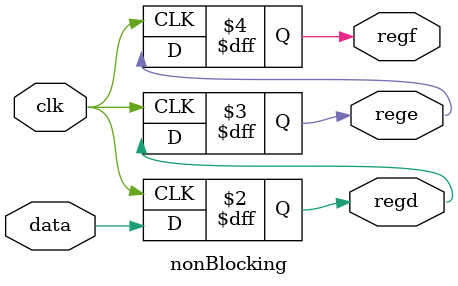
<source format=v>
`timescale 1ns / 1ps

module Blocking(
    input clk, data,
    output reg rega, regb, regc
    );
    always@ (posedge clk)begin
        rega = data;
        regb = rega;
        regc = regb;
    end
endmodule

module nonBlocking(
    input clk, data,
    output reg regd, rege, regf
    );
    always@ (posedge clk)begin
        regd <= data;
        rege <= regd;
        regf <= rege;
    end
endmodule
</source>
